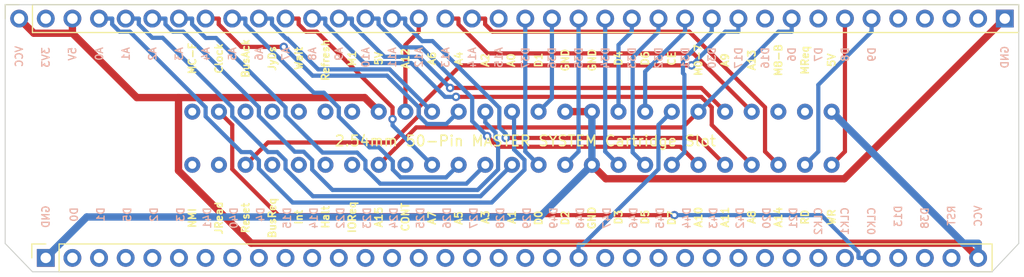
<source format=kicad_pcb>
(kicad_pcb (version 20211014) (generator pcbnew)
  (title_block (title "OSCR MASTER SYSTEM ADAPTER") (date "2021-11-22") (rev "V1"))
  (layers (0 "F.Cu" signal) (31 "B.Cu" signal) (34 "B.Paste" user) (35 "F.Paste" user) (36 "B.SilkS" user "B.Silkscreen") (37 "F.SilkS" user "F.Silkscreen") (38 "B.Mask" user) (39 "F.Mask" user) (44 "Edge.Cuts" user))
  (net 0 "")
  (net 1 "D50")
  (net 2 "D51")
  (net 3 "D28")
  (net 4 "D52")
  (net 5 "D26")
  (net 6 "D27")
  (net 7 "D24")
  (net 8 "D25")
  (net 9 "D22")
  (net 10 "D23")
  (net 11 "D53")
  (net 12 "+3V3")
  (net 13 "D9")
  (net 14 "D8")
  (net 15 "D7")
  (net 16 "D6")
  (net 17 "D16")
  (net 18 "D17")
  (net 19 "D30")
  (net 20 "D31")
  (net 21 "D32")
  (net 22 "D33")
  (net 23 "D34")
  (net 24 "D36")
  (net 25 "D37")
  (net 26 "D0")
  (net 27 "D1")
  (net 28 "D5")
  (net 29 "D2")
  (net 30 "D3")
  (net 31 "GND")
  (net 32 "D46")
  (net 33 "D47")
  (net 34 "D44")
  (net 35 "D45")
  (net 36 "D42")
  (net 37 "D43")
  (net 38 "D41")
  (net 39 "D40")
  (net 40 "D4")
  (net 41 "D15")
  (net 42 "D14")
  (net 43 "D29")
  (net 44 "D20")
  (net 45 "D21")
  (net 46 "A14")
  (net 47 "A15")
  (net 48 "A12")
  (net 49 "A13")
  (net 50 "A10")
  (net 51 "A11")
  (net 52 "A8")
  (net 53 "A9")
  (net 54 "A6")
  (net 55 "A7")
  (net 56 "A4")
  (net 57 "A5")
  (net 58 "A2")
  (net 59 "A3")
  (net 60 "A0")
  (net 61 "A1")
  (net 62 "D35")
  (net 63 "CLK2")
  (net 64 "CLK1")
  (net 65 "D13")
  (net 66 "D38")
  (net 67 "D49")
  (net 68 "D48")
  (net 69 "RESET")
  (net 70 "CLK0")
  (net 86 "+5V")
  (footprint "Connector_PinSocket_2.54mm:PinSocket_1x36_P2.54mm_Vertical" (layer "F.Cu") (at 105.1 104.255 90)
    (fp_text reference "J2" hide)
    (fp_text value "CART SLOT BOTTOM ROW" hide)
    (fp_line (start 1.33 1.27) (end 1.33 90.23) (layer "F.SilkS") (width 0.12))
    (fp_line (start -1.33 1.27) (end -1.33 90.23) (layer "F.SilkS") (width 0.12))
    (fp_line (start -1.33 90.23) (end 1.33 90.23) (layer "F.SilkS") (width 0.12))
    (fp_line (start 0 -1.33) (end 1.33 -1.33) (layer "F.SilkS") (width 0.12))
    (fp_line (start 1.33 -1.33) (end 1.33 0) (layer "F.SilkS") (width 0.12))
    (fp_line (start -1.33 1.27) (end 1.33 1.27) (layer "F.SilkS") (width 0.12))
    (pad "1" thru_hole rect locked (at 0 0 90) (size 1.7 1.7) (drill 1) (layers *.Cu *.Mask) (net 31 "GND"))
    (pad "2" thru_hole oval locked (at 0 2.54 90) (size 1.7 1.7) (drill 1) (layers *.Cu *.Mask) (net 26 "D0"))
    (pad "3" thru_hole oval locked (at 0 5.08 90) (size 1.7 1.7) (drill 1) (layers *.Cu *.Mask) (net 27 "D1"))
    (pad "4" thru_hole oval locked (at 0 7.62 90) (size 1.7 1.7) (drill 1) (layers *.Cu *.Mask) (net 28 "D5"))
    (pad "5" thru_hole oval locked (at 0 10.16 90) (size 1.7 1.7) (drill 1) (layers *.Cu *.Mask) (net 29 "D2"))
    (pad "6" thru_hole oval locked (at 0 12.7 90) (size 1.7 1.7) (drill 1) (layers *.Cu *.Mask) (net 30 "D3"))
    (pad "7" thru_hole oval locked (at 0 15.24 90) (size 1.7 1.7) (drill 1) (layers *.Cu *.Mask) (net 38 "D41"))
    (pad "8" thru_hole oval locked (at 0 17.78 90) (size 1.7 1.7) (drill 1) (layers *.Cu *.Mask) (net 39 "D40"))
    (pad "9" thru_hole oval locked (at 0 20.32 90) (size 1.7 1.7) (drill 1) (layers *.Cu *.Mask) (net 40 "D4"))
    (pad "10" thru_hole oval locked (at 0 22.86 90) (size 1.7 1.7) (drill 1) (layers *.Cu *.Mask) (net 41 "D15"))
    (pad "11" thru_hole oval locked (at 0 25.4 90) (size 1.7 1.7) (drill 1) (layers *.Cu *.Mask) (net 42 "D14"))
    (pad "12" thru_hole oval locked (at 0 27.94 90) (size 1.7 1.7) (drill 1) (layers *.Cu *.Mask) (net 9 "D22"))
    (pad "13" thru_hole oval locked (at 0 30.48 90) (size 1.7 1.7) (drill 1) (layers *.Cu *.Mask) (net 10 "D23"))
    (pad "14" thru_hole oval locked (at 0 33.02 90) (size 1.7 1.7) (drill 1) (layers *.Cu *.Mask) (net 7 "D24"))
    (pad "15" thru_hole oval locked (at 0 35.56 90) (size 1.7 1.7) (drill 1) (layers *.Cu *.Mask) (net 8 "D25"))
    (pad "16" thru_hole oval locked (at 0 38.1 90) (size 1.7 1.7) (drill 1) (layers *.Cu *.Mask) (net 5 "D26"))
    (pad "17" thru_hole oval locked (at 0 40.64 90) (size 1.7 1.7) (drill 1) (layers *.Cu *.Mask) (net 6 "D27"))
    (pad "18" thru_hole oval locked (at 0 43.18 90) (size 1.7 1.7) (drill 1) (layers *.Cu *.Mask) (net 3 "D28"))
    (pad "19" thru_hole oval locked (at 0 45.72 90) (size 1.7 1.7) (drill 1) (layers *.Cu *.Mask) (net 43 "D29"))
    (pad "20" thru_hole oval locked (at 0 48.26 90) (size 1.7 1.7) (drill 1) (layers *.Cu *.Mask) (net 67 "D49"))
    (pad "21" thru_hole oval locked (at 0 50.8 90) (size 1.7 1.7) (drill 1) (layers *.Cu *.Mask) (net 68 "D48"))
    (pad "22" thru_hole oval locked (at 0 53.34 90) (size 1.7 1.7) (drill 1) (layers *.Cu *.Mask) (net 33 "D47"))
    (pad "23" thru_hole oval locked (at 0 55.88 90) (size 1.7 1.7) (drill 1) (layers *.Cu *.Mask) (net 32 "D46"))
    (pad "24" thru_hole oval locked (at 0 58.42 90) (size 1.7 1.7) (drill 1) (layers *.Cu *.Mask) (net 35 "D45"))
    (pad "25" thru_hole oval locked (at 0 60.96 90) (size 1.7 1.7) (drill 1) (layers *.Cu *.Mask) (net 34 "D44"))
    (pad "26" thru_hole oval locked (at 0 63.5 90) (size 1.7 1.7) (drill 1) (layers *.Cu *.Mask) (net 37 "D43"))
    (pad "27" thru_hole oval locked (at 0 66.04 90) (size 1.7 1.7) (drill 1) (layers *.Cu *.Mask) (net 36 "D42"))
    (pad "28" thru_hole oval locked (at 0 68.58 90) (size 1.7 1.7) (drill 1) (layers *.Cu *.Mask) (net 44 "D20"))
    (pad "29" thru_hole oval locked (at 0 71.12 90) (size 1.7 1.7) (drill 1) (layers *.Cu *.Mask) (net 45 "D21"))
    (pad "30" thru_hole oval locked (at 0 73.66 90) (size 1.7 1.7) (drill 1) (layers *.Cu *.Mask) (net 63 "CLK2"))
    (pad "31" thru_hole oval locked (at 0 76.2 90) (size 1.7 1.7) (drill 1) (layers *.Cu *.Mask) (net 64 "CLK1"))
    (pad "32" thru_hole oval locked (at 0 78.74 90) (size 1.7 1.7) (drill 1) (layers *.Cu *.Mask) (net 70 "CLK0"))
    (pad "33" thru_hole oval locked (at 0 81.28 90) (size 1.7 1.7) (drill 1) (layers *.Cu *.Mask) (net 65 "D13"))
    (pad "34" thru_hole oval locked (at 0 83.82 90) (size 1.7 1.7) (drill 1) (layers *.Cu *.Mask) (net 66 "D38"))
    (pad "35" thru_hole oval locked (at 0 86.36 90) (size 1.7 1.7) (drill 1) (layers *.Cu *.Mask) (net 69 "RESET"))
    (pad "36" thru_hole oval locked (at 0 88.9 90) (size 1.7 1.7) (drill 1) (layers *.Cu *.Mask) (net 86 "+5V"))
  )
  (footprint "Connector_PinSocket_2.54mm:PinSocket_1x38_P2.54mm_Vertical" (layer "F.Cu") (at 102.56 81.395 90)
    (fp_text reference "J1" hide)
    (fp_text value "CART SLOT TOP ROW" hide)
    (fp_line (start 0 -1.33) (end 1.33 -1.33) (layer "F.SilkS") (width 0.12))
    (fp_line (start -1.33 1.27) (end 1.33 1.27) (layer "F.SilkS") (width 0.12))
    (fp_line (start -1.33 1.27) (end -1.33 95.31) (layer "F.SilkS") (width 0.12))
    (fp_line (start 1.33 -1.33) (end 1.33 0) (layer "F.SilkS") (width 0.12))
    (fp_line (start 1.33 1.27) (end 1.33 95.31) (layer "F.SilkS") (width 0.12))
    (fp_line (start -1.33 95.31) (end 1.33 95.31) (layer "F.SilkS") (width 0.12))
    (pad "1" thru_hole circle locked (at 0 0 90) (size 1.7 1.7) (drill 1) (layers *.Cu *.Mask) (net 86 "+5V"))
    (pad "2" thru_hole oval locked (at 0 2.54 90) (size 1.7 1.7) (drill 1) (layers *.Cu *.Mask) (net 12 "+3V3"))
    (pad "3" thru_hole oval locked (at 0 5.08 90) (size 1.7 1.7) (drill 1) (layers *.Cu *.Mask) (net 86 "+5V"))
    (pad "4" thru_hole oval locked (at 0 7.62 90) (size 1.7 1.7) (drill 1) (layers *.Cu *.Mask) (net 60 "A0"))
    (pad "5" thru_hole oval locked (at 0 10.16 90) (size 1.7 1.7) (drill 1) (layers *.Cu *.Mask) (net 61 "A1"))
    (pad "6" thru_hole oval locked (at 0 12.7 90) (size 1.7 1.7) (drill 1) (layers *.Cu *.Mask) (net 58 "A2"))
    (pad "7" thru_hole oval locked (at 0 15.24 90) (size 1.7 1.7) (drill 1) (layers *.Cu *.Mask) (net 59 "A3"))
    (pad "8" thru_hole oval locked (at 0 17.78 90) (size 1.7 1.7) (drill 1) (layers *.Cu *.Mask) (net 56 "A4"))
    (pad "9" thru_hole oval locked (at 0 20.32 90) (size 1.7 1.7) (drill 1) (layers *.Cu *.Mask) (net 57 "A5"))
    (pad "10" thru_hole oval locked (at 0 22.86 90) (size 1.7 1.7) (drill 1) (layers *.Cu *.Mask) (net 54 "A6"))
    (pad "11" thru_hole oval locked (at 0 25.4 90) (size 1.7 1.7) (drill 1) (layers *.Cu *.Mask) (net 55 "A7"))
    (pad "12" thru_hole oval locked (at 0 27.94 90) (size 1.7 1.7) (drill 1) (layers *.Cu *.Mask) (net 52 "A8"))
    (pad "13" thru_hole oval locked (at 0 30.48 90) (size 1.7 1.7) (drill 1) (layers *.Cu *.Mask) (net 53 "A9"))
    (pad "14" thru_hole oval locked (at 0 33.02 90) (size 1.7 1.7) (drill 1) (layers *.Cu *.Mask) (net 50 "A10"))
    (pad "15" thru_hole oval locked (at 0 35.56 90) (size 1.7 1.7) (drill 1) (layers *.Cu *.Mask) (net 51 "A11"))
    (pad "16" thru_hole oval locked (at 0 38.1 90) (size 1.7 1.7) (drill 1) (layers *.Cu *.Mask) (net 48 "A12"))
    (pad "17" thru_hole oval locked (at 0 40.64 90) (size 1.7 1.7) (drill 1) (layers *.Cu *.Mask) (net 49 "A13"))
    (pad "18" thru_hole oval locked (at 0 43.18 90) (size 1.7 1.7) (drill 1) (layers *.Cu *.Mask) (net 46 "A14"))
    (pad "19" thru_hole oval locked (at 0 45.72 90) (size 1.7 1.7) (drill 1) (layers *.Cu *.Mask) (net 47 "A15"))
    (pad "20" thru_hole oval locked (at 0 48.26 90) (size 1.7 1.7) (drill 1) (layers *.Cu *.Mask) (net 25 "D37"))
    (pad "21" thru_hole oval locked (at 0 50.8 90) (size 1.7 1.7) (drill 1) (layers *.Cu *.Mask) (net 24 "D36"))
    (pad "22" thru_hole oval locked (at 0 53.34 90) (size 1.7 1.7) (drill 1) (layers *.Cu *.Mask) (net 62 "D35"))
    (pad "23" thru_hole oval locked (at 0 55.88 90) (size 1.7 1.7) (drill 1) (layers *.Cu *.Mask) (net 23 "D34"))
    (pad "24" thru_hole oval locked (at 0 58.42 90) (size 1.7 1.7) (drill 1) (layers *.Cu *.Mask) (net 22 "D33"))
    (pad "25" thru_hole oval locked (at 0 60.96 90) (size 1.7 1.7) (drill 1) (layers *.Cu *.Mask) (net 21 "D32"))
    (pad "26" thru_hole oval locked (at 0 63.5 90) (size 1.7 1.7) (drill 1) (layers *.Cu *.Mask) (net 20 "D31"))
    (pad "27" thru_hole oval locked (at 0 66.04 90) (size 1.7 1.7) (drill 1) (layers *.Cu *.Mask) (net 19 "D30"))
    (pad "28" thru_hole oval locked (at 0 68.58 90) (size 1.7 1.7) (drill 1) (layers *.Cu *.Mask) (net 18 "D17"))
    (pad "29" thru_hole oval locked (at 0 71.12 90) (size 1.7 1.7) (drill 1) (layers *.Cu *.Mask) (net 17 "D16"))
    (pad "30" thru_hole oval locked (at 0 73.66 90) (size 1.7 1.7) (drill 1) (layers *.Cu *.Mask) (net 16 "D6"))
    (pad "31" thru_hole oval locked (at 0 76.2 90) (size 1.7 1.7) (drill 1) (layers *.Cu *.Mask) (net 15 "D7"))
    (pad "32" thru_hole oval locked (at 0 78.74 90) (size 1.7 1.7) (drill 1) (layers *.Cu *.Mask) (net 14 "D8"))
    (pad "33" thru_hole oval locked (at 0 81.28 90) (size 1.7 1.7) (drill 1) (layers *.Cu *.Mask) (net 13 "D9"))
    (pad "34" thru_hole oval locked (at 0 83.82 90) (size 1.7 1.7) (drill 1) (layers *.Cu *.Mask) (net 11 "D53"))
    (pad "35" thru_hole oval locked (at 0 86.36 90) (size 1.7 1.7) (drill 1) (layers *.Cu *.Mask) (net 4 "D52"))
    (pad "36" thru_hole oval locked (at 0 88.9 90) (size 1.7 1.7) (drill 1) (layers *.Cu *.Mask) (net 2 "D51"))
    (pad "37" thru_hole oval locked (at 0 91.44 90) (size 1.7 1.7) (drill 1) (layers *.Cu *.Mask) (net 1 "D50"))
    (pad "38" thru_hole rect locked (at 0 93.98 90) (size 1.7 1.7) (drill 1) (layers *.Cu *.Mask) (net 31 "GND"))
  )
  (footprint "!OSCR:SMS_Slot" (layer "F.Cu") (at 149.55 90.285 90)
    (fp_text reference "U1" hide)
    (fp_text value "SMS_Slot" hide)
    (pad "1" thru_hole circle (at 0 30.48 90) (size 1.524 1.524) (drill 0.762) (layers *.Cu *.Mask) (net 86 "+5V"))
    (pad "2" thru_hole circle (at -5.08 30.48 90) (size 1.524 1.524) (drill 0.762) (layers *.Cu *.Mask) (net 14 "D8"))
    (pad "3" thru_hole circle (at 0 27.94 90) (size 1.524 1.524) (drill 0.762) (layers *.Cu *.Mask))
    (pad "4" thru_hole circle (at -5.08 27.94 90) (size 1.524 1.524) (drill 0.762) (layers *.Cu *.Mask) (net 13 "D9"))
    (pad "5" thru_hole circle (at 0 25.4 90) (size 1.524 1.524) (drill 0.762) (layers *.Cu *.Mask))
    (pad "6" thru_hole circle (at -5.08 25.4 90) (size 1.524 1.524) (drill 0.762) (layers *.Cu *.Mask) (net 46 "A14"))
    (pad "7" thru_hole circle (at 0 22.86 90) (size 1.524 1.524) (drill 0.762) (layers *.Cu *.Mask) (net 49 "A13"))
    (pad "8" thru_hole circle (at -5.08 22.86 90) (size 1.524 1.524) (drill 0.762) (layers *.Cu *.Mask) (net 52 "A8"))
    (pad "9" thru_hole circle (at 0 20.32 90) (size 1.524 1.524) (drill 0.762) (layers *.Cu *.Mask) (net 53 "A9"))
    (pad "10" thru_hole circle (at -5.08 20.32 90) (size 1.524 1.524) (drill 0.762) (layers *.Cu *.Mask) (net 51 "A11"))
    (pad "11" thru_hole circle (at 0 17.78 90) (size 1.524 1.524) (drill 0.762) (layers *.Cu *.Mask) (net 16 "D6"))
    (pad "12" thru_hole circle (at -5.08 17.78 90) (size 1.524 1.524) (drill 0.762) (layers *.Cu *.Mask) (net 50 "A10"))
    (pad "13" thru_hole circle (at 0 15.24 90) (size 1.524 1.524) (drill 0.762) (layers *.Cu *.Mask) (net 68 "D48"))
    (pad "14" thru_hole circle (at -5.08 15.24 90) (size 1.524 1.524) (drill 0.762) (layers *.Cu *.Mask) (net 19 "D30"))
    (pad "15" thru_hole circle (at 0 12.7 90) (size 1.524 1.524) (drill 0.762) (layers *.Cu *.Mask) (net 20 "D31"))
    (pad "16" thru_hole circle (at -5.08 12.7 90) (size 1.524 1.524) (drill 0.762) (layers *.Cu *.Mask) (net 21 "D32"))
    (pad "17" thru_hole circle (at 0 10.16 90) (size 1.524 1.524) (drill 0.762) (layers *.Cu *.Mask) (net 22 "D33"))
    (pad "18" thru_hole circle (at -5.08 10.16 90) (size 1.524 1.524) (drill 0.762) (layers *.Cu *.Mask) (net 23 "D34"))
    (pad "19" thru_hole circle (at 0 7.62 90) (size 1.524 1.524) (drill 0.762) (layers *.Cu *.Mask) (net 31 "GND"))
    (pad "20" thru_hole circle (at -5.08 7.62 90) (size 1.524 1.524) (drill 0.762) (layers *.Cu *.Mask) (net 31 "GND"))
    (pad "21" thru_hole circle (at 0 5.08 90) (size 1.524 1.524) (drill 0.762) (layers *.Cu *.Mask) (net 31 "GND"))
    (pad "22" thru_hole circle (at -5.08 5.08 90) (size 1.524 1.524) (drill 0.762) (layers *.Cu *.Mask) (net 62 "D35"))
    (pad "23" thru_hole circle (at 0 2.54 90) (size 1.524 1.524) (drill 0.762) (layers *.Cu *.Mask) (net 24 "D36"))
    (pad "24" thru_hole circle (at -5.08 2.54 90) (size 1.524 1.524) (drill 0.762) (layers *.Cu *.Mask) (net 25 "D37"))
    (pad "25" thru_hole circle (at 0 0 90) (size 1.524 1.524) (drill 0.762) (layers *.Cu *.Mask) (net 60 "A0"))
    (pad "26" thru_hole circle (at -5.08 0 90) (size 1.524 1.524) (drill 0.762) (layers *.Cu *.Mask) (net 61 "A1"))
    (pad "27" thru_hole circle (at 0 -2.54 90) (size 1.524 1.524) (drill 0.762) (layers *.Cu *.Mask) (net 58 "A2"))
    (pad "28" thru_hole circle (at -5.08 -2.54 90) (size 1.524 1.524) (drill 0.762) (layers *.Cu *.Mask) (net 59 "A3"))
    (pad "29" thru_hole circle (at 0 -5.08 90) (size 1.524 1.524) (drill 0.762) (layers *.Cu *.Mask) (net 56 "A4"))
    (pad "30" thru_hole circle (at -5.08 -5.08 90) (size 1.524 1.524) (drill 0.762) (layers *.Cu *.Mask) (net 57 "A5"))
    (pad "31" thru_hole circle (at 0 -7.62 90) (size 1.524 1.524) (drill 0.762) (layers *.Cu *.Mask) (net 54 "A6"))
    (pad "32" thru_hole circle (at -5.08 -7.62 90) (size 1.524 1.524) (drill 0.762) (layers *.Cu *.Mask) (net 55 "A7"))
    (pad "33" thru_hole circle (at 0 -10.16 90) (size 1.524 1.524) (drill 0.762) (layers *.Cu *.Mask) (net 48 "A12"))
    (pad "34" thru_hole circle (at -5.08 -10.16 90) (size 1.524 1.524) (drill 0.762) (layers *.Cu *.Mask))
    (pad "35" thru_hole circle (at 0 -12.7 90) (size 1.524 1.524) (drill 0.762) (layers *.Cu *.Mask) (net 86 "+5V"))
    (pad "36" thru_hole circle (at -5.08 -12.7 90) (size 1.524 1.524) (drill 0.762) (layers *.Cu *.Mask) (net 16 "D6"))
    (pad "37" thru_hole circle (at 0 -15.24 90) (size 1.524 1.524) (drill 0.762) (layers *.Cu *.Mask))
    (pad "38" thru_hole circle (at -5.08 -15.24 90) (size 1.524 1.524) (drill 0.762) (layers *.Cu *.Mask))
    (pad "39" thru_hole circle (at 0 -17.78 90) (size 1.524 1.524) (drill 0.762) (layers *.Cu *.Mask))
    (pad "40" thru_hole circle (at -5.08 -17.78 90) (size 1.524 1.524) (drill 0.762) (layers *.Cu *.Mask))
    (pad "41" thru_hole circle (at 0 -20.32 90) (size 1.524 1.524) (drill 0.762) (layers *.Cu *.Mask))
    (pad "42" thru_hole circle (at -5.08 -20.32 90) (size 1.524 1.524) (drill 0.762) (layers *.Cu *.Mask))
    (pad "43" thru_hole circle (at 0 -22.86 90) (size 1.524 1.524) (drill 0.762) (layers *.Cu *.Mask))
    (pad "44" thru_hole circle (at -5.08 -22.86 90) (size 1.524 1.524) (drill 0.762) (layers *.Cu *.Mask))
    (pad "45" thru_hole circle (at 0 -25.4 90) (size 1.524 1.524) (drill 0.762) (layers *.Cu *.Mask))
    (pad "46" thru_hole circle (at -5.08 -25.4 90) (size 1.524 1.524) (drill 0.762) (layers *.Cu *.Mask) (net 18 "D17"))
    (pad "47" thru_hole circle (at 0 -27.94 90) (size 1.524 1.524) (drill 0.762) (layers *.Cu *.Mask) (net 70 "CLK0"))
    (pad "48" thru_hole circle (at -5.08 -27.94 90) (size 1.524 1.524) (drill 0.762) (layers *.Cu *.Mask))
    (pad "49" thru_hole circle (at 0 -30.48 90) (size 1.524 1.524) (drill 0.762) (layers *.Cu *.Mask))
    (pad "50" thru_hole circle (at -5.08 -30.48 90) (size 1.524 1.524) (drill 0.762) (layers *.Cu *.Mask))
  )
  (gr_line (start 101.23 80.07) (end 101.23 102.88) (layer "Edge.Cuts") (width 0.1))
  (gr_line (start 197.87 80.07) (end 101.23 80.07) (layer "Edge.Cuts") (width 0.1))
  (gr_line (start 195.33 105.58) (end 197.87 102.88) (layer "Edge.Cuts") (width 0.1))
  (gr_line (start 103.83 105.58) (end 195.33 105.58) (layer "Edge.Cuts") (width 0.1))
  (gr_line (start 197.87 102.88) (end 197.87 80.07) (layer "Edge.Cuts") (width 0.1))
  (gr_line (start 101.23 102.88) (end 103.83 105.58) (layer "Edge.Cuts") (width 0.1))
  (gr_text "D43" (at 168.76 99.345 90) (layer "B.SilkS") (effects (font (size 0.7 0.7) (thickness 0.125)) (justify left mirror)))
  (gr_text "D3" (at 117.96 99.345 90) (layer "B.SilkS") (effects (font (size 0.7 0.7) (thickness 0.125)) (justify left mirror)))
  (gr_text "D1" (at 110.34 99.345 90) (layer "B.SilkS") (effects (font (size 0.7 0.7) (thickness 0.125)) (justify left mirror)))
  (gr_text "D9" (at 183.86 84.055 90) (layer "B.SilkS") (effects (font (size 0.7 0.7) (thickness 0.125)) (justify left mirror)))
  (gr_text "A6" (at 125.44 84.055 90) (layer "B.SilkS") (effects (font (size 0.7 0.7) (thickness 0.125)) (justify left mirror)))
  (gr_text "D48" (at 156.06 99.345 90) (layer "B.SilkS") (effects (font (size 0.7 0.7) (thickness 0.125)) (justify left mirror)))
  (gr_text "VCC" (at 194 99.175 90) (layer "B.SilkS") (effects (font (size 0.7 0.7) (thickness 0.125)) (justify left mirror)))
  (gr_text "A4" (at 120.36 84.055 90) (layer "B.SilkS") (effects (font (size 0.7 0.7) (thickness 0.125)) (justify left mirror)))
  (gr_text "A2" (at 115.28 84.055 90) (layer "B.SilkS") (effects (font (size 0.7 0.7) (thickness 0.125)) (justify left mirror)))
  (gr_text "D31" (at 166.08 84.055 90) (layer "B.SilkS") (effects (font (size 0.7 0.7) (thickness 0.125)) (justify left mirror)))
  (gr_text "D23" (at 135.74 99.345 90) (layer "B.SilkS") (effects (font (size 0.7 0.7) (thickness 0.125)) (justify left mirror)))
  (gr_text "D7" (at 178.78 84.055 90) (layer "B.SilkS") (effects (font (size 0.7 0.7) (thickness 0.125)) (justify left mirror)))
  (gr_text "D49" (at 153.52 99.345 90) (layer "B.SilkS") (effects (font (size 0.7 0.7) (thickness 0.125)) (justify left mirror)))
  (gr_text "D38" (at 188.92 99.345 90) (layer "B.SilkS") (effects (font (size 0.7 0.7) (thickness 0.125)) (justify left mirror)))
  (gr_text "A10" (at 135.6 84.055 90) (layer "B.SilkS") (effects (font (size 0.7 0.7) (thickness 0.125)) (justify left mirror)))
  (gr_text "D37" (at 150.84 84.055 90) (layer "B.SilkS") (effects (font (size 0.7 0.7) (thickness 0.125)) (justify left mirror)))
  (gr_text "D4" (at 125.58 99.345 90) (layer "B.SilkS") (effects (font (size 0.7 0.7) (thickness 0.125)) (justify left mirror)))
  (gr_text "D32" (at 163.54 84.055 90) (layer "B.SilkS") (effects (font (size 0.7 0.7) (thickness 0.125)) (justify left mirror)))
  (gr_text "D8" (at 181.32 84.055 90) (layer "B.SilkS") (effects (font (size 0.7 0.7) (thickness 0.125)) (justify left mirror)))
  (gr_text "D30" (at 168.62 84.055 90) (layer "B.SilkS") (effects (font (size 0.7 0.7) (thickness 0.125)) (justify left mirror)))
  (gr_text "D29" (at 150.98 99.345 90) (layer "B.SilkS") (effects (font (size 0.7 0.7) (thickness 0.125)) (justify left mirror)))
  (gr_text "RST" (at 191.46 99.175 90) (layer "B.SilkS") (effects (font (size 0.7 0.7) (thickness 0.125)) (justify left mirror)))
  (gr_text "A14" (at 145.76 84.055 90) (layer "B.SilkS") (effects (font (size 0.7 0.7) (thickness 0.125)) (justify left mirror)))
  (gr_text "D2" (at 115.42 99.345 90) (layer "B.SilkS") (effects (font (size 0.7 0.7) (thickness 0.125)) (justify left mirror)))
  (gr_text "CLK2" (at 178.76 99.345 90) (layer "B.SilkS") (effects (font (size 0.7 0.7) (thickness 0.125)) (justify left mirror)))
  (gr_text "D14" (at 130.66 99.345 90) (layer "B.SilkS") (effects (font (size 0.7 0.7) (thickness 0.125)) (justify left mirror)))
  (gr_text "3V3" (at 105.1 84.055 90) (layer "B.SilkS") (effects (font (size 0.7 0.7) (thickness 0.125)) (justify left mirror)))
  (gr_text "D47" (at 158.6 99.345 90) (layer "B.SilkS") (effects (font (size 0.7 0.7) (thickness 0.125)) (justify left mirror)))
  (gr_text "D6" (at 176.24 84.055 90) (layer "B.SilkS") (effects (font (size 0.7 0.7) (thickness 0.125)) (justify left mirror)))
  (gr_text "A0" (at 110.2 84.055 90) (layer "B.SilkS") (effects (font (size 0.7 0.7) (thickness 0.125)) (justify left mirror)))
  (gr_text "D40" (at 123.04 99.345 90) (layer "B.SilkS") (effects (font (size 0.7 0.7) (thickness 0.125)) (justify left mirror)))
  (gr_text "A5" (at 122.9 84.055 90) (layer "B.SilkS") (effects (font (size 0.7 0.7) (thickness 0.125)) (justify left mirror)))
  (gr_text "CLK1" (at 181.3 99.345 90) (layer "B.SilkS") (effects (font (size 0.7 0.7) (thickness 0.125)) (justify left mirror)))
  (gr_text "A1" (at 112.74 84.055 90) (layer "B.SilkS") (effects (font (size 0.7 0.7) (thickness 0.125)) (justify left mirror)))
  (gr_text "D24" (at 138.28 99.345 90) (layer "B.SilkS") (effects (font (size 0.7 0.7) (thickness 0.125)) (justify left mirror)))
  (gr_text "D44" (at 166.22 99.345 90) (layer "B.SilkS") (effects (font (size 0.7 0.7) (thickness 0.125)) (justify left mirror)))
  (gr_text "D22" (at 133.2 99.345 90) (layer "B.SilkS") (effects (font (size 0.7 0.7) (thickness 0.125)) (justify left mirror)))
  (gr_text "A12" (at 140.68 84.055 90) (layer "B.SilkS") (effects (font (size 0.7 0.7) (thickness 0.125)) (justify left mirror)))
  (gr_text "D26" (at 143.36 99.345 90) (layer "B.SilkS") (effects (font (size 0.7 0.7) (thickness 0.125)) (justify left mirror)))
  (gr_text "D42" (at 171.3 99.345 90) (layer "B.SilkS") (effects (font (size 0.7 0.7) (thickness 0.125)) (justify left mirror)))
  (gr_text "VCC" (at 102.56 83.935 90) (layer "B.SilkS") (effects (font (size 0.7 0.7) (thickness 0.125)) (justify left mirror)))
  (gr_text "D5" (at 112.88 99.345 90) (layer "B.SilkS") (effects (font (size 0.7 0.7) (thickness 0.125)) (justify left mirror)))
  (gr_text "A3" (at 117.82 84.055 90) (layer "B.SilkS") (effects (font (size 0.7 0.7) (thickness 0.125)) (justify left mirror)))
  (gr_text "D36" (at 153.38 84.055 90) (layer "B.SilkS") (effects (font (size 0.7 0.7) (thickness 0.125)) (justify left mirror)))
  (gr_text "D33" (at 161 84.055 90) (layer "B.SilkS") (effects (font (size 0.7 0.7) (thickness 0.125)) (justify left mirror)))
  (gr_text "D34" (at 158.46 84.055 90) (layer "B.SilkS") (effects (font (size 0.7 0.7) (thickness 0.125)) (justify left mirror)))
  (gr_text "D15" (at 128.12 99.345 90) (layer "B.SilkS") (effects (font (size 0.7 0.7) (thickness 0.125)) (justify left mirror)))
  (gr_text "GND" (at 105.1 99.175 90) (layer "B.SilkS") (effects (font (size 0.7 0.7) (thickness 0.125)) (justify left mirror)))
  (gr_text "D28" (at 148.44 99.345 90) (layer "B.SilkS") (effects (font (size 0.7 0.7) (thickness 0.125)) (justify left mirror)))
  (gr_text "D21" (at 176.38 99.345 90) (layer "B.SilkS") (effects (font (size 0.7 0.7) (thickness 0.125)) (justify left mirror)))
  (gr_text "CLK0" (at 183.84 99.345 90) (layer "B.SilkS") (effects (font (size 0.7 0.7) (thickness 0.125)) (justify left mirror)))
  (gr_text "D17" (at 171.16 84.055 90) (layer "B.SilkS") (effects (font (size 0.7 0.7) (thickness 0.125)) (justify left mirror)))
  (gr_text "D41" (at 120.5 99.345 90) (layer "B.SilkS") (effects (font (size 0.7 0.7) (thickness 0.125)) (justify left mirror)))
  (gr_text "A9" (at 133.06 84.055 90) (layer "B.SilkS") (effects (font (size 0.7 0.7) (thickness 0.125)) (justify left mirror)))
  (gr_text "A7" (at 127.98 84.055 90) (layer "B.SilkS") (effects (font (size 0.7 0.7) (thickness 0.125)) (justify left mirror)))
  (gr_text "D27" (at 145.9 99.345 90) (layer "B.SilkS") (effects (font (size 0.7 0.7) (thickness 0.125)) (justify left mirror)))
  (gr_text "GND" (at 196.54 83.935 90) (layer "B.SilkS") (effects (font (size 0.7 0.7) (thickness 0.125)) (justify left mirror)))
  (gr_text "A8" (at 130.52 84.055 90) (layer "B.SilkS") (effects (font (size 0.7 0.7) (thickness 0.125)) (justify left mirror)))
  (gr_text "D46" (at 161.14 99.345 90) (layer "B.SilkS") (effects (font (size 0.7 0.7) (thickness 0.125)) (justify left mirror)))
  (gr_text "A11" (at 138.14 84.055 90) (layer "B.SilkS") (effects (font (size 0.7 0.7) (thickness 0.125)) (justify left mirror)))
  (gr_text "D20" (at 173.84 99.345 90) (layer "B.SilkS") (effects (font (size 0.7 0.7) (thickness 0.125)) (justify left mirror)))
  (gr_text "A13" (at 143.22 84.055 90) (layer "B.SilkS") (effects (font (size 0.7 0.7) (thickness 0.125)) (justify left mirror)))
  (gr_text "D16" (at 173.7 84.055 90) (layer "B.SilkS") (effects (font (size 0.7 0.7) (thickness 0.125)) (justify left mirror)))
  (gr_text "D13" (at 186.38 99.175 90) (layer "B.SilkS") (effects (font (size 0.7 0.7) (thickness 0.125)) (justify left mirror)))
  (gr_text "A15" (at 148.3 84.055 90) (layer "B.SilkS") (effects (font (size 0.7 0.7) (thickness 0.125)) (justify left mirror)))
  (gr_text "D25" (at 140.82 99.345 90) (layer "B.SilkS") (effects (font (size 0.7 0.7) (thickness 0.125)) (justify left mirror)))
  (gr_text "D45" (at 163.68 99.345 90) (layer "B.SilkS") (effects (font (size 0.7 0.7) (thickness 0.125)) (justify left mirror)))
  (gr_text "5V" (at 107.64 84.055 90) (layer "B.SilkS") (effects (font (size 0.7 0.7) (thickness 0.125)) (justify left mirror)))
  (gr_text "D0" (at 107.8 99.345 90) (layer "B.SilkS") (effects (font (size 0.7 0.7) (thickness 0.125)) (justify left mirror)))
  (gr_text "D35" (at 155.92 84.055 90) (layer "B.SilkS") (effects (font (size 0.7 0.7) (thickness 0.125)) (justify left mirror)))
  (gr_text "A2" (at 147.01 85.365 90) (layer "F.SilkS") (effects (font (size 0.7 0.7))))
  (gr_text "MReq" (at 177.49 85.365 90) (layer "F.SilkS") (effects (font (size 0.7 0.7))))
  (gr_text "A7" (at 141.93 100.445 90) (layer "F.SilkS") (effects (font (size 0.7 0.7))))
  (gr_text "JRead" (at 121.61 100.445 90) (layer "F.SilkS") (effects (font (size 0.7 0.7))))
  (gr_text "A3" (at 147.01 100.365 90) (layer "F.SilkS") (effects (font (size 0.7 0.7))))
  (gr_text "BusReq" (at 126.69 100.445 90) (layer "F.SilkS") (effects (font (size 0.7 0.7))))
  (gr_text "WR" (at 180.03 100.365 90) (layer "F.SilkS") (effects (font (size 0.7 0.7))))
  (gr_text "D6" (at 162.25 85.205 90) (layer "F.SilkS") (effects (font (size 0.7 0.7))))
  (gr_text "D0" (at 152.09 100.445 90) (layer "F.SilkS") (effects (font (size 0.7 0.7))))
  (gr_text "JyDs" (at 126.69 85.205 90) (layer "F.SilkS") (effects (font (size 0.7 0.7))))
  (gr_text "A14" (at 174.95 100.365 90) (layer "F.SilkS") (effects (font (size 0.7 0.7))))
  (gr_text "IOReq" (at 134.31 100.364999 90) (layer "F.SilkS") (effects (font (size 0.7 0.7))))
  (gr_text "A5" (at 144.47 100.445 90) (layer "F.SilkS") (effects (font (size 0.7 0.7))))
  (gr_text "Clock" (at 121.61 85.205 90) (layer "F.SilkS") (effects (font (size 0.7 0.7))))
  (gr_text "D3" (at 159.71 100.365 90) (layer "F.SilkS") (effects (font (size 0.7 0.7))))
  (gr_text "A10" (at 167.33 100.365 90) (layer "F.SilkS") (effects (font (size 0.7 0.7))))
  (gr_text "A13" (at 172.41 85.365 90) (layer "F.SilkS") (effects (font (size 0.7 0.7))))
  (gr_text "BusAck" (at 124.15 85.205 90) (layer "F.SilkS") (effects (font (size 0.7 0.7))))
  (gr_text "D1" (at 152.09 85.365 90) (layer "F.SilkS") (effects (font (size 0.7 0.7))))
  (gr_text "CONT" (at 139.39 100.364999 90) (layer "F.SilkS") (effects (font (size 0.7 0.7))))
  (gr_text "GND" (at 157.17 100.445 90) (layer "F.SilkS") (effects (font (size 0.7 0.7))))
  (gr_text "D2" (at 154.63 100.445 90) (layer "F.SilkS") (effects (font (size 0.7 0.7))))
  (gr_text "Refresh" (at 131.77 85.365 90) (layer "F.SilkS") (effects (font (size 0.7 0.7))))
  (gr_text "MC-F" (at 119.07 85.205 90) (layer "F.SilkS") (effects (font (size 0.7 0.7))))
  (gr_text "M0-7" (at 167.33 85.365 90) (layer "F.SilkS") (effects (font (size 0.7 0.7))))
  (gr_text "A4" (at 144.48 85.205 90) (layer "F.SilkS") (effects (font (size 0.7 0.7))))
  (gr_text "A6" (at 141.93 85.205 90) (layer "F.SilkS") (effects (font (size 0.7 0.7))))
  (gr_text "A0" (at 149.48 85.365 90) (layer "F.SilkS") (effects (font (size 0.7 0.7))))
  (gr_text "5V" (at 180.03 85.365 90) (layer "F.SilkS") (effects (font (size 0.7 0.7))))
  (gr_text "RD" (at 177.49 100.365 90) (layer "F.SilkS") (effects (font (size 0.7 0.7))))
  (gr_text "D4" (at 159.71 85.205 90) (layer "F.SilkS") (effects (font (size 0.7 0.7))))
  (gr_text "Wait" (at 129.23 85.205 90) (layer "F.SilkS") (effects (font (size 0.7 0.7))))
  (gr_text "Int" (at 129.23 100.364999 90) (layer "F.SilkS") (effects (font (size 0.7 0.7))))
  (gr_text "A9" (at 169.87 85.365 90) (layer "F.SilkS") (effects (font (size 0.7 0.7))))
  (gr_text "M8-B" (at 174.95 85.365 90) (layer "F.SilkS") (effects (font (size 0.7 0.7))))
  (gr_text "CE" (at 164.79 85.205 90) (layer "F.SilkS") (effects (font (size 0.7 0.7))))
  (gr_text "GND" (at 157.2 85.365 90) (layer "F.SilkS") (effects (font (size 0.7 0.7))))
  (gr_text "D5" (at 162.25 100.365 90) (layer "F.SilkS") (effects (font (size 0.7 0.7))))
  (gr_text "2.54mm 50-Pin MASTER SYSTEM Cartridge Slot" (at 150.82 93.08) (layer "F.SilkS") (effects (font (size 1 1))))
  (gr_text "NMI" (at 119.07 100.445 90) (layer "F.SilkS") (effects (font (size 0.7 0.7))))
  (gr_text "5V" (at 136.85 85.205 90) (layer "F.SilkS") (effects (font (size 0.7 0.7))))
  (gr_text "Reset" (at 124.15 100.445 90) (layer "F.SilkS") (effects (font (size 0.7 0.7))))
  (gr_text "GND" (at 154.63 85.365 90) (layer "F.SilkS") (effects (font (size 0.7 0.7))))
  (gr_text "A11" (at 169.87 100.365 90) (layer "F.SilkS") (effects (font (size 0.7 0.7))))
  (gr_text "A12" (at 139.39 85.205 90) (layer "F.SilkS") (effects (font (size 0.7 0.7))))
  (gr_text "A8" (at 172.41 100.365 90) (layer "F.SilkS") (effects (font (size 0.7 0.7))))
  (gr_text "A15" (at 136.85 100.364999 90) (layer "F.SilkS") (effects (font (size 0.7 0.7))))
  (gr_text "A1" (at 149.55 100.365 90) (layer "F.SilkS") (effects (font (size 0.7 0.7))))
  (gr_text "Halt" (at 131.77 100.364999 90) (layer "F.SilkS") (effects (font (size 0.7 0.7))))
  (gr_text "D7" (at 164.79 100.445 90) (layer "F.SilkS") (effects (font (size 0.7 0.7))))
  (gr_text "M1" (at 134.31 85.205 90) (layer "F.SilkS") (effects (font (size 0.7 0.7))))
  (segment (start 178.76 94.095) (end 177.49 95.365) (width 0.4) (layer "B.Cu") (net 13))
  (segment (start 178.76 87.7253) (end 178.76 94.095) (width 0.4) (layer "B.Cu") (net 13))
  (segment (start 183.84 81.395) (end 183.84 82.6453) (width 0.4) (layer "B.Cu") (net 13))
  (segment (start 183.84 82.6453) (end 178.76 87.7253) (width 0.4) (layer "B.Cu") (net 13))
  (segment (start 181.3 81.395) (end 181.3 94.095) (width 0.4) (layer "F.Cu") (net 14))
  (segment (start 181.3 94.095) (end 180.03 95.365) (width 0.4) (layer "F.Cu") (net 14))
  (segment (start 165.8215 91.7935) (end 140.4215 91.7935) (width 0.4) (layer "F.Cu") (net 16))
  (segment (start 167.33 90.285) (end 165.8215 91.7935) (width 0.4) (layer "F.Cu") (net 16))
  (segment (start 140.4215 91.7935) (end 136.85 95.365) (width 0.4) (layer "F.Cu") (net 16))
  (segment (start 174.9697 82.6453) (end 167.33 90.285) (width 0.4) (layer "B.Cu") (net 16))
  (segment (start 176.22 81.395) (end 176.22 82.6453) (width 0.4) (layer "B.Cu") (net 16))
  (segment (start 176.22 82.6453) (end 174.9697 82.6453) (width 0.4) (layer "B.Cu") (net 16))
  (segment (start 140.66 90.6715) (end 140.66 89.8641) (width 0.4) (layer "F.Cu") (net 18))
  (segment (start 138.0983 93.2332) (end 140.66 90.6715) (width 0.4) (layer "F.Cu") (net 18))
  (segment (start 144.6593 85.8648) (end 166.6702 85.8648) (width 0.4) (layer "F.Cu") (net 18))
  (segment (start 124.15 95.365) (end 126.2818 93.2332) (width 0.4) (layer "F.Cu") (net 18))
  (segment (start 126.2818 93.2332) (end 138.0983 93.2332) (width 0.4) (layer "F.Cu") (net 18))
  (segment (start 140.66 89.8641) (end 144.6593 85.8648) (width 0.4) (layer "F.Cu") (net 18))
  (via (at 166.6702 85.8648) (size 0.8) (drill 0.4) (layers "F.Cu" "B.Cu") (net 18))
  (segment (start 169.8897 82.6453) (end 166.6702 85.8648) (width 0.4) (layer "B.Cu") (net 18))
  (segment (start 171.14 82.6453) (end 169.8897 82.6453) (width 0.4) (layer "B.Cu") (net 18))
  (segment (start 171.14 81.395) (end 171.14 82.6453) (width 0.4) (layer "B.Cu") (net 18))
  (segment (start 168.6 81.395) (end 168.6 82.6453) (width 0.4) (layer "B.Cu") (net 19))
  (segment (start 168.6 82.6453) (end 165.8547 85.3906) (width 0.4) (layer "B.Cu") (net 19))
  (segment (start 165.9937 94.1613) (end 164.79 95.365) (width 0.4) (layer "B.Cu") (net 19))
  (segment (start 165.8547 85.3906) (end 165.8547 86.6129) (width 0.4) (layer "B.Cu") (net 19))
  (segment (start 165.9937 86.7519) (end 165.9937 94.1613) (width 0.4) (layer "B.Cu") (net 19))
  (segment (start 165.8547 86.6129) (end 165.9937 86.7519) (width 0.4) (layer "B.Cu") (net 19))
  (segment (start 166.06 81.395) (end 166.06 82.6453) (width 0.4) (layer "B.Cu") (net 20))
  (segment (start 162.25 86.4553) (end 162.25 90.285) (width 0.4) (layer "B.Cu") (net 20))
  (segment (start 166.06 82.6453) (end 162.25 86.4553) (width 0.4) (layer "B.Cu") (net 20))
  (segment (start 163.52 81.395) (end 163.52 82.6453) (width 0.4) (layer "B.Cu") (net 21))
  (segment (start 161.0594 85.1059) (end 161.0594 94.1744) (width 0.4) (layer "B.Cu") (net 21))
  (segment (start 163.52 82.6453) (end 161.0594 85.1059) (width 0.4) (layer "B.Cu") (net 21))
  (segment (start 161.0594 94.1744) (end 162.25 95.365) (width 0.4) (layer "B.Cu") (net 21))
  (segment (start 160.98 81.395) (end 160.98 82.6453) (width 0.4) (layer "B.Cu") (net 22))
  (segment (start 160.98 82.6453) (end 159.71 83.9153) (width 0.4) (layer "B.Cu") (net 22))
  (segment (start 159.71 83.9153) (end 159.71 90.285) (width 0.4) (layer "B.Cu") (net 22))
  (segment (start 158.44 94.095) (end 159.71 95.365) (width 0.4) (layer "B.Cu") (net 23))
  (segment (start 158.44 81.395) (end 158.44 94.095) (width 0.4) (layer "B.Cu") (net 23))
  (segment (start 153.36 89.015) (end 152.09 90.285) (width 0.4) (layer "B.Cu") (net 24))
  (segment (start 153.36 81.395) (end 153.36 89.015) (width 0.4) (layer "B.Cu") (net 24))
  (segment (start 150.82 94.095) (end 150.82 81.395) (width 0.4) (layer "B.Cu") (net 25))
  (segment (start 152.09 95.365) (end 150.82 94.095) (width 0.4) (layer "B.Cu") (net 25))
  (segment (start 154.63 90.285) (end 157.17 90.285) (width 0.7) (layer "F.Cu") (net 31))
  (segment (start 196.54 81.395) (end 181.2422 96.6928) (width 0.7) (layer "F.Cu") (net 31))
  (segment (start 181.2422 96.6928) (end 158.4978 96.6928) (width 0.7) (layer "F.Cu") (net 31))
  (segment (start 158.4978 96.6928) (end 157.17 95.365) (width 0.7) (layer "F.Cu") (net 31))
  (segment (start 109.0099 100.3451) (end 152.1899 100.3451) (width 0.7) (layer "B.Cu") (net 31))
  (segment (start 152.1899 100.3451) (end 157.17 95.365) (width 0.7) (layer "B.Cu") (net 31))
  (segment (start 105.1 104.255) (end 109.0099 100.3451) (width 0.7) (layer "B.Cu") (net 31))
  (segment (start 157.17 90.285) (end 157.17 95.365) (width 0.7) (layer "B.Cu") (net 31))
  (segment (start 173.68 94.095) (end 174.95 95.365) (width 0.4) (layer "F.Cu") (net 46))
  (segment (start 147.6935 82.6453) (end 166.4567 82.6453) (width 0.4) (layer "F.Cu") (net 46))
  (segment (start 146.9903 81.395) (end 146.9903 81.9421) (width 0.4) (layer "F.Cu") (net 46))
  (segment (start 173.68 89.8686) (end 173.68 94.095) (width 0.4) (layer "F.Cu") (net 46))
  (segment (start 145.74 81.395) (end 146.9903 81.395) (width 0.4) (layer "F.Cu") (net 46))
  (segment (start 146.9903 81.9421) (end 147.6935 82.6453) (width 0.4) (layer "F.Cu") (net 46))
  (segment (start 166.4567 82.6453) (end 173.68 89.8686) (width 0.4) (layer "F.Cu") (net 46))
  (segment (start 139.39 83.9153) (end 139.39 90.285) (width 0.4) (layer "F.Cu") (net 48))
  (segment (start 140.66 82.6453) (end 139.39 83.9153) (width 0.4) (layer "F.Cu") (net 48))
  (segment (start 140.66 81.395) (end 140.66 82.6453) (width 0.4) (layer "F.Cu") (net 48))
  (segment (start 147.2287 84.7204) (end 166.8454 84.7204) (width 0.4) (layer "F.Cu") (net 49))
  (segment (start 166.8454 84.7204) (end 172.41 90.285) (width 0.4) (layer "F.Cu") (net 49))
  (segment (start 143.2 81.395) (end 144.4503 81.395) (width 0.4) (layer "F.Cu") (net 49))
  (segment (start 144.4503 81.942) (end 147.2287 84.7204) (width 0.4) (layer "F.Cu") (net 49))
  (segment (start 144.4503 81.395) (end 144.4503 81.942) (width 0.4) (layer "F.Cu") (net 49))
  (segment (start 165.6052 93.6402) (end 167.33 95.365) (width 0.4) (layer "F.Cu") (net 50))
  (segment (start 148.2069 93.6402) (end 165.6052 93.6402) (width 0.4) (layer "F.Cu") (net 50))
  (segment (start 147.1845 92.6178) (end 148.2069 93.6402) (width 0.4) (layer "F.Cu") (net 50))
  (via (at 147.1845 92.6178) (size 0.8) (drill 0.4) (layers "F.Cu" "B.Cu") (net 50))
  (segment (start 145.7586 91.1919) (end 147.1845 92.6178) (width 0.4) (layer "B.Cu") (net 50))
  (segment (start 140.925 84.146) (end 145.7586 88.9796) (width 0.4) (layer "B.Cu") (net 50))
  (segment (start 135.58 81.395) (end 136.8303 81.395) (width 0.4) (layer "B.Cu") (net 50))
  (segment (start 139.0343 84.146) (end 140.925 84.146) (width 0.4) (layer "B.Cu") (net 50))
  (segment (start 136.8303 81.395) (end 136.8303 81.942) (width 0.4) (layer "B.Cu") (net 50))
  (segment (start 145.7586 88.9796) (end 145.7586 91.1919) (width 0.4) (layer "B.Cu") (net 50))
  (segment (start 136.8303 81.942) (end 139.0343 84.146) (width 0.4) (layer "B.Cu") (net 50))
  (segment (start 167.3012 92.7962) (end 169.87 95.365) (width 0.4) (layer "F.Cu") (net 51))
  (segment (start 148.9488 92.7962) (end 167.3012 92.7962) (width 0.4) (layer "F.Cu") (net 51))
  (via (at 148.9488 92.7962) (size 0.8) (drill 0.4) (layers "F.Cu" "B.Cu") (net 51))
  (segment (start 139.3703 81.9207) (end 139.3703 81.395) (width 0.4) (layer "B.Cu") (net 51))
  (segment (start 148.3456 89.9169) (end 141.9744 83.5457) (width 0.4) (layer "B.Cu") (net 51))
  (segment (start 140.9953 83.5457) (end 139.3703 81.9207) (width 0.4) (layer "B.Cu") (net 51))
  (segment (start 138.12 81.395) (end 139.3703 81.395) (width 0.4) (layer "B.Cu") (net 51))
  (segment (start 141.9744 83.5457) (end 140.9953 83.5457) (width 0.4) (layer "B.Cu") (net 51))
  (segment (start 148.9488 92.4014) (end 148.3456 91.7982) (width 0.4) (layer "B.Cu") (net 51))
  (segment (start 148.9488 92.7962) (end 148.9488 92.4014) (width 0.4) (layer "B.Cu") (net 51))
  (segment (start 148.3456 91.7982) (end 148.3456 89.9169) (width 0.4) (layer "B.Cu") (net 51))
  (segment (start 172.41 95.365) (end 168.6 91.555) (width 0.4) (layer "F.Cu") (net 52))
  (segment (start 168.6 89.8641) (end 167.6063 88.8704) (width 0.4) (layer "F.Cu") (net 52))
  (segment (start 168.6 91.555) (end 168.6 89.8641) (width 0.4) (layer "F.Cu") (net 52))
  (segment (start 167.6063 88.8704) (end 144.214 88.8704) (width 0.4) (layer "F.Cu") (net 52))
  (via (at 144.214 88.8704) (size 0.8) (drill 0.4) (layers "F.Cu" "B.Cu") (net 52))
  (segment (start 135.4551 85.6468) (end 139.9501 85.6468) (width 0.4) (layer "B.Cu") (net 52))
  (segment (start 130.5 81.395) (end 131.7503 81.395) (width 0.4) (layer "B.Cu") (net 52))
  (segment (start 131.7503 81.395) (end 131.7503 81.942) (width 0.4) (layer "B.Cu") (net 52))
  (segment (start 139.9501 85.6468) (end 143.1737 88.8704) (width 0.4) (layer "B.Cu") (net 52))
  (segment (start 143.1737 88.8704) (end 144.214 88.8704) (width 0.4) (layer "B.Cu") (net 52))
  (segment (start 131.7503 81.942) (end 135.4551 85.6468) (width 0.4) (layer "B.Cu") (net 52))
  (segment (start 169.87 90.285) (end 167.6029 88.0179) (width 0.4) (layer "F.Cu") (net 53))
  (segment (start 167.6029 88.0179) (end 143.6517 88.0179) (width 0.4) (layer "F.Cu") (net 53))
  (via (at 143.6517 88.0179) (size 0.8) (drill 0.4) (layers "F.Cu" "B.Cu") (net 53))
  (segment (start 134.2903 81.395) (end 134.2903 81.9421) (width 0.4) (layer "B.Cu") (net 53))
  (segment (start 133.04 81.395) (end 134.2903 81.395) (width 0.4) (layer "B.Cu") (net 53))
  (segment (start 134.2903 81.9421) (end 137.3947 85.0465) (width 0.4) (layer "B.Cu") (net 53))
  (segment (start 137.3947 85.0465) (end 140.6803 85.0465) (width 0.4) (layer "B.Cu") (net 53))
  (segment (start 140.6803 85.0465) (end 143.6517 88.0179) (width 0.4) (layer "B.Cu") (net 53))
  (segment (start 126.6703 81.942) (end 128.0262 83.2979) (width 0.4) (layer "B.Cu") (net 54))
  (segment (start 131.0703 86.2471) (end 137.8921 86.2471) (width 0.4) (layer "B.Cu") (net 54))
  (segment (start 128.0262 83.2979) (end 128.1211 83.2979) (width 0.4) (layer "B.Cu") (net 54))
  (segment (start 125.42 81.395) (end 126.6703 81.395) (width 0.4) (layer "B.Cu") (net 54))
  (segment (start 126.6703 81.395) (end 126.6703 81.942) (width 0.4) (layer "B.Cu") (net 54))
  (segment (start 128.1211 83.2979) (end 131.0703 86.2471) (width 0.4) (layer "B.Cu") (net 54))
  (segment (start 137.8921 86.2471) (end 141.93 90.285) (width 0.4) (layer "B.Cu") (net 54))
  (segment (start 127.96 81.395) (end 129.2103 81.395) (width 0.4) (layer "F.Cu") (net 55))
  (segment (start 129.2103 81.9421) (end 129.9135 82.6453) (width 0.4) (layer "F.Cu") (net 55))
  (segment (start 129.2103 81.395) (end 129.2103 81.9421) (width 0.4) (layer "F.Cu") (net 55))
  (segment (start 129.9135 82.6453) (end 130.9345 82.6453) (width 0.4) (layer "F.Cu") (net 55))
  (segment (start 130.9345 82.6453) (end 138.1645 89.8753) (width 0.4) (layer "F.Cu") (net 55))
  (segment (start 138.1645 89.8753) (end 138.1645 90.9977) (width 0.4) (layer "F.Cu") (net 55))
  (via (at 138.1645 90.9977) (size 0.8) (drill 0.4) (layers "F.Cu" "B.Cu") (net 55))
  (segment (start 138.1645 91.5995) (end 138.1645 90.9977) (width 0.4) (layer "B.Cu") (net 55))
  (segment (start 141.93 95.365) (end 138.1645 91.5995) (width 0.4) (layer "B.Cu") (net 55))
  (segment (start 120.34 81.395) (end 121.5903 81.395) (width 0.4) (layer "F.Cu") (net 56))
  (segment (start 121.5903 81.942) (end 123.7465 84.0982) (width 0.4) (layer "F.Cu") (net 56))
  (segment (start 123.7465 84.0982) (end 127.7896 84.0982) (width 0.4) (layer "F.Cu") (net 56))
  (segment (start 121.5903 81.395) (end 121.5903 81.942) (width 0.4) (layer "F.Cu") (net 56))
  (via (at 127.7896 84.0982) (size 0.8) (drill 0.4) (layers "F.Cu" "B.Cu") (net 56))
  (segment (start 143.2928 91.4622) (end 144.47 90.285) (width 0.4) (layer "B.Cu") (net 56))
  (segment (start 137.6433 86.8474) (end 140.66 89.8641) (width 0.4) (layer "B.Cu") (net 56))
  (segment (start 127.7896 84.0982) (end 130.5388 86.8474) (width 0.4) (layer "B.Cu") (net 56))
  (segment (start 140.66 90.6691) (end 141.4531 91.4622) (width 0.4) (layer "B.Cu") (net 56))
  (segment (start 141.4531 91.4622) (end 143.2928 91.4622) (width 0.4) (layer "B.Cu") (net 56))
  (segment (start 130.5388 86.8474) (end 137.6433 86.8474) (width 0.4) (layer "B.Cu") (net 56))
  (segment (start 140.66 89.8641) (end 140.66 90.6691) (width 0.4) (layer "B.Cu") (net 56))
  (segment (start 122.88 81.395) (end 124.1303 81.395) (width 0.4) (layer "B.Cu") (net 57))
  (segment (start 138.19 95.8201) (end 138.9345 96.5646) (width 0.4) (layer "B.Cu") (net 57))
  (segment (start 131.6232 88.4792) (end 133.04 89.896) (width 0.4) (layer "B.Cu") (net 57))
  (segment (start 124.1303 81.395) (end 124.1303 81.942) (width 0.4) (layer "B.Cu") (net 57))
  (segment (start 143.2704 96.5646) (end 144.47 95.365) (width 0.4) (layer "B.Cu") (net 57))
  (segment (start 133.04 89.896) (end 133.04 90.7639) (width 0.4) (layer "B.Cu") (net 57))
  (segment (start 136.8609 93.6934) (end 138.19 95.0225) (width 0.4) (layer "B.Cu") (net 57))
  (segment (start 135.9695 93.6934) (end 136.8609 93.6934) (width 0.4) (layer "B.Cu") (net 57))
  (segment (start 124.1303 81.942) (end 130.6675 88.4792) (width 0.4) (layer "B.Cu") (net 57))
  (segment (start 138.19 95.0225) (end 138.19 95.8201) (width 0.4) (layer "B.Cu") (net 57))
  (segment (start 130.6675 88.4792) (end 131.6232 88.4792) (width 0.4) (layer "B.Cu") (net 57))
  (segment (start 133.04 90.7639) (end 135.9695 93.6934) (width 0.4) (layer "B.Cu") (net 57))
  (segment (start 138.9345 96.5646) (end 143.2704 96.5646) (width 0.4) (layer "B.Cu") (net 57))
  (segment (start 130.5 95.8245) (end 132.4408 97.7653) (width 0.4) (layer "B.Cu") (net 58))
  (segment (start 125.42 90.6951) (end 128.8385 94.1136) (width 0.4) (layer "B.Cu") (net 58))
  (segment (start 125.42 89.8676) (end 125.42 90.6951) (width 0.4) (layer "B.Cu") (net 58))
  (segment (start 147.9848 92.9639) (end 147.9848 92.2863) (width 0.4) (layer "B.Cu") (net 58))
  (segment (start 148.2287 95.8137) (end 148.2287 93.2078) (width 0.4) (layer "B.Cu") (net 58))
  (segment (start 132.4408 97.7653) (end 146.2771 97.7653) (width 0.4) (layer "B.Cu") (net 58))
  (segment (start 117.2135 82.6453) (end 118.1977 82.6453) (width 0.4) (layer "B.Cu") (net 58))
  (segment (start 116.5103 81.9421) (end 117.2135 82.6453) (width 0.4) (layer "B.Cu") (net 58))
  (segment (start 147.0101 91.3116) (end 147.01 91.3116) (width 0.4) (layer "B.Cu") (net 58))
  (segment (start 148.2287 93.2078) (end 147.9848 92.9639) (width 0.4) (layer "B.Cu") (net 58))
  (segment (start 129.6929 94.1136) (end 130.5 94.9207) (width 0.4) (layer "B.Cu") (net 58))
  (segment (start 116.5103 81.395) (end 116.5103 81.9421) (width 0.4) (layer "B.Cu") (net 58))
  (segment (start 128.8385 94.1136) (end 129.6929 94.1136) (width 0.4) (layer "B.Cu") (net 58))
  (segment (start 115.26 81.395) (end 116.5103 81.395) (width 0.4) (layer "B.Cu") (net 58))
  (segment (start 130.5 94.9207) (end 130.5 95.8245) (width 0.4) (layer "B.Cu") (net 58))
  (segment (start 146.2771 97.7653) (end 148.2287 95.8137) (width 0.4) (layer "B.Cu") (net 58))
  (segment (start 147.9848 92.2863) (end 147.0101 91.3116) (width 0.4) (layer "B.Cu") (net 58))
  (segment (start 118.1977 82.6453) (end 125.42 89.8676) (width 0.4) (layer "B.Cu") (net 58))
  (segment (start 147.01 91.3116) (end 147.01 90.285) (width 0.4) (layer "B.Cu") (net 58))
  (segment (start 119.0503 81.9421) (end 120.3539 83.2457) (width 0.4) (layer "B.Cu") (net 59))
  (segment (start 135.58 95.7562) (end 136.9888 97.165) (width 0.4) (layer "B.Cu") (net 59))
  (segment (start 134.7892 94.1941) (end 135.58 94.9849) (width 0.4) (layer "B.Cu") (net 59))
  (segment (start 127.96 89.8746) (end 127.96 90.6629) (width 0.4) (layer "B.Cu") (net 59))
  (segment (start 131.4912 94.1941) (end 134.7892 94.1941) (width 0.4) (layer "B.Cu") (net 59))
  (segment (start 119.0503 81.395) (end 119.0503 81.9421) (width 0.4) (layer "B.Cu") (net 59))
  (segment (start 120.3539 83.2457) (end 121.3311 83.2457) (width 0.4) (layer "B.Cu") (net 59))
  (segment (start 127.96 90.6629) (end 131.4912 94.1941) (width 0.4) (layer "B.Cu") (net 59))
  (segment (start 121.3311 83.2457) (end 127.96 89.8746) (width 0.4) (layer "B.Cu") (net 59))
  (segment (start 117.8 81.395) (end 119.0503 81.395) (width 0.4) (layer "B.Cu") (net 59))
  (segment (start 136.9888 97.165) (end 145.21 97.165) (width 0.4) (layer "B.Cu") (net 59))
  (segment (start 145.21 97.165) (end 147.01 95.365) (width 0.4) (layer "B.Cu") (net 59))
  (segment (start 135.58 94.9849) (end 135.58 95.7562) (width 0.4) (layer "B.Cu") (net 59))
  (segment (start 120.34 89.8663) (end 120.34 90.7386) (width 0.4) (layer "B.Cu") (net 60))
  (segment (start 125.42 95.746) (end 128.6399 98.9659) (width 0.4) (layer "B.Cu") (net 60))
  (segment (start 123.7528 94.1514) (end 124.6318 94.1514) (width 0.4) (layer "B.Cu") (net 60))
  (segment (start 113.119 82.6453) (end 120.34 89.8663) (width 0.4) (layer "B.Cu") (net 60))
  (segment (start 124.6318 94.1514) (end 125.42 94.9396) (width 0.4) (layer "B.Cu") (net 60))
  (segment (start 150.7451 95.8388) (end 150.7451 94.8993) (width 0.4) (layer "B.Cu") (net 60))
  (segment (start 120.34 90.7386) (end 123.7528 94.1514) (width 0.4) (layer "B.Cu") (net 60))
  (segment (start 149.7491 93.9033) (end 149.7491 90.4841) (width 0.4) (layer "B.Cu") (net 60))
  (segment (start 150.7451 94.8993) (end 149.7491 93.9033) (width 0.4) (layer "B.Cu") (net 60))
  (segment (start 111.4303 81.395) (end 111.4303 81.9421) (width 0.4) (layer "B.Cu") (net 60))
  (segment (start 112.1335 82.6453) (end 113.119 82.6453) (width 0.4) (layer "B.Cu") (net 60))
  (segment (start 125.42 94.9396) (end 125.42 95.746) (width 0.4) (layer "B.Cu") (net 60))
  (segment (start 110.18 81.395) (end 111.4303 81.395) (width 0.4) (layer "B.Cu") (net 60))
  (segment (start 111.4303 81.9421) (end 112.1335 82.6453) (width 0.4) (layer "B.Cu") (net 60))
  (segment (start 147.618 98.9659) (end 150.7451 95.8388) (width 0.4) (layer "B.Cu") (net 60))
  (segment (start 128.6399 98.9659) (end 147.618 98.9659) (width 0.4) (layer "B.Cu") (net 60))
  (segment (start 149.7491 90.4841) (end 149.55 90.285) (width 0.4) (layer "B.Cu") (net 60))
  (segment (start 130.5753 98.3656) (end 146.5494 98.3656) (width 0.4) (layer "B.Cu") (net 61))
  (segment (start 127.1718 94.1514) (end 127.96 94.9396) (width 0.4) (layer "B.Cu") (net 61))
  (segment (start 127.96 95.7503) (end 130.5753 98.3656) (width 0.4) (layer "B.Cu") (net 61))
  (segment (start 122.88 89.8676) (end 122.88 90.7386) (width 0.4) (layer "B.Cu") (net 61))
  (segment (start 115.2586 83.2304) (end 116.2428 83.2304) (width 0.4) (layer "B.Cu") (net 61))
  (segment (start 126.2928 94.1514) (end 127.1718 94.1514) (width 0.4) (layer "B.Cu") (net 61))
  (segment (start 113.9703 81.395) (end 113.9703 81.9421) (width 0.4) (layer "B.Cu") (net 61))
  (segment (start 127.96 94.9396) (end 127.96 95.7503) (width 0.4) (layer "B.Cu") (net 61))
  (segment (start 146.5494 98.3656) (end 149.55 95.365) (width 0.4) (layer "B.Cu") (net 61))
  (segment (start 122.88 90.7386) (end 126.2928 94.1514) (width 0.4) (layer "B.Cu") (net 61))
  (segment (start 112.72 81.395) (end 113.9703 81.395) (width 0.4) (layer "B.Cu") (net 61))
  (segment (start 116.2428 83.2304) (end 122.88 89.8676) (width 0.4) (layer "B.Cu") (net 61))
  (segment (start 113.9703 81.9421) (end 115.2586 83.2304) (width 0.4) (layer "B.Cu") (net 61))
  (segment (start 155.9 81.395) (end 155.9 82.6453) (width 0.4) (layer "B.Cu") (net 62))
  (segment (start 155.9 94.095) (end 155.9 82.6453) (width 0.4) (layer "B.Cu") (net 62))
  (segment (start 154.63 95.365) (end 155.9 94.095) (width 0.4) (layer "B.Cu") (net 62))
  (segment (start 155.9 104.255) (end 155.9 103.0047) (width 0.4) (layer "B.Cu") (net 68))
  (segment (start 156.2907 103.0047) (end 163.52 95.7754) (width 0.4) (layer "B.Cu") (net 68))
  (segment (start 163.52 95.7754) (end 163.52 91.555) (width 0.4) (layer "B.Cu") (net 68))
  (segment (start 155.9 103.0047) (end 156.2907 103.0047) (width 0.4) (layer "B.Cu") (net 68))
  (segment (start 163.52 91.555) (end 164.79 90.285) (width 0.4) (layer "B.Cu") (net 68))
  (segment (start 122.88 91.555) (end 121.61 90.285) (width 0.4) (layer "F.Cu") (net 70))
  (segment (start 127.2732 100.1706) (end 122.88 95.7774) (width 0.4) (layer "F.Cu") (net 70))
  (segment (start 165.0444 100.1706) (end 127.2732 100.1706) (width 0.4) (layer "F.Cu") (net 70))
  (segment (start 122.88 95.7774) (end 122.88 91.555) (width 0.4) (layer "F.Cu") (net 70))
  (via (at 165.0444 100.1706) (size 0.8) (drill 0.4) (layers "F.Cu" "B.Cu") (net 70))
  (segment (start 182.5897 104.255) (end 182.5897 103.708) (width 0.4) (layer "B.Cu") (net 70))
  (segment (start 179.0523 100.1706) (end 165.0444 100.1706) (width 0.4) (layer "B.Cu") (net 70))
  (segment (start 183.84 104.255) (end 182.5897 104.255) (width 0.4) (layer "B.Cu") (net 70))
  (segment (start 182.5897 103.708) (end 179.0523 100.1706) (width 0.4) (layer "B.Cu") (net 70))
  (segment (start 107.64 81.395) (end 107.64 82.7953) (width 0.7) (layer "F.Cu") (net 86))
  (segment (start 117.7561 88.9417) (end 135.5067 88.9417) (width 0.7) (layer "F.Cu") (net 86))
  (segment (start 107.64 82.7953) (end 103.9603 82.7953) (width 0.7) (layer "F.Cu") (net 86))
  (segment (start 124.6903 102.8546) (end 117.7561 95.9204) (width 0.7) (layer "F.Cu") (net 86))
  (segment (start 117.7561 88.9417) (end 113.7864 88.9417) (width 0.7) (layer "F.Cu") (net 86))
  (segment (start 103.9603 82.7953) (end 102.56 81.395) (width 0.7) (layer "F.Cu") (net 86))
  (segment (start 113.7864 88.9417) (end 107.64 82.7953) (width 0.7) (layer "F.Cu") (net 86))
  (segment (start 192.5996 102.8546) (end 124.6903 102.8546) (width 0.7) (layer "F.Cu") (net 86))
  (segment (start 194 104.255) (end 192.5996 102.8546) (width 0.7) (layer "F.Cu") (net 86))
  (segment (start 117.7561 95.9204) (end 117.7561 88.9417) (width 0.7) (layer "F.Cu") (net 86))
  (segment (start 135.5067 88.9417) (end 136.85 90.285) (width 0.7) (layer "F.Cu") (net 86))
  (segment (start 194 102.8547) (end 192.5997 102.8547) (width 0.7) (layer "B.Cu") (net 86))
  (segment (start 192.5997 102.8547) (end 180.03 90.285) (width 0.7) (layer "B.Cu") (net 86))
  (segment (start 194 104.255) (end 194 102.8547) (width 0.7) (layer "B.Cu") (net 86))
)
</source>
